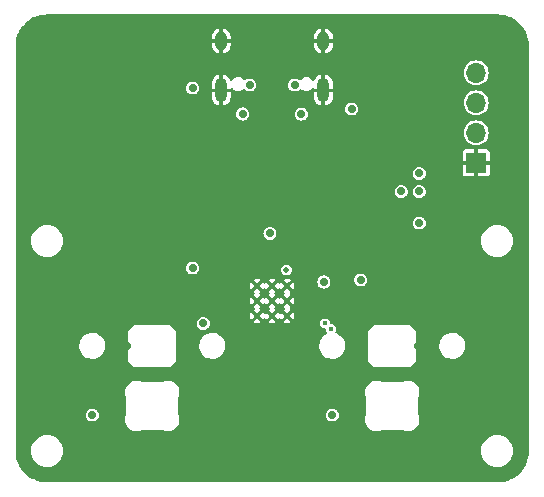
<source format=gbr>
%TF.GenerationSoftware,KiCad,Pcbnew,7.0.1*%
%TF.CreationDate,2023-05-12T00:47:34+01:00*%
%TF.ProjectId,MoonPad,4d6f6f6e-5061-4642-9e6b-696361645f70,rev?*%
%TF.SameCoordinates,Original*%
%TF.FileFunction,Copper,L3,Inr*%
%TF.FilePolarity,Positive*%
%FSLAX46Y46*%
G04 Gerber Fmt 4.6, Leading zero omitted, Abs format (unit mm)*
G04 Created by KiCad (PCBNEW 7.0.1) date 2023-05-12 00:47:34*
%MOMM*%
%LPD*%
G01*
G04 APERTURE LIST*
%TA.AperFunction,ComponentPad*%
%ADD10O,1.000000X2.100000*%
%TD*%
%TA.AperFunction,ComponentPad*%
%ADD11O,1.000000X1.600000*%
%TD*%
%TA.AperFunction,ComponentPad*%
%ADD12C,0.600000*%
%TD*%
%TA.AperFunction,ComponentPad*%
%ADD13R,1.700000X1.700000*%
%TD*%
%TA.AperFunction,ComponentPad*%
%ADD14O,1.700000X1.700000*%
%TD*%
%TA.AperFunction,ViaPad*%
%ADD15C,0.700000*%
%TD*%
%TA.AperFunction,ViaPad*%
%ADD16C,0.500000*%
%TD*%
%TA.AperFunction,ViaPad*%
%ADD17C,0.450000*%
%TD*%
G04 APERTURE END LIST*
D10*
%TO.N,GND*%
%TO.C,J3*%
X182120000Y-83775000D03*
D11*
X182120000Y-79595000D03*
D10*
X173480000Y-83775000D03*
D11*
X173480000Y-79595000D03*
%TD*%
D12*
%TO.N,GND*%
%TO.C,U3*%
X176525000Y-100325000D03*
X176525000Y-101600000D03*
X176525000Y-102875000D03*
X177800000Y-100325000D03*
X177800000Y-101600000D03*
X177800000Y-102875000D03*
X179075000Y-100325000D03*
X179075000Y-101600000D03*
X179075000Y-102875000D03*
%TD*%
D13*
%TO.N,GND*%
%TO.C,J1*%
X195072000Y-89906000D03*
D14*
%TO.N,+3V3*%
X195072000Y-87366000D03*
%TO.N,/OLED_SCL*%
X195072000Y-84826000D03*
%TO.N,/OLED_SDA*%
X195072000Y-82286000D03*
%TD*%
D15*
%TO.N,VBUS*%
X171069000Y-83566000D03*
X175310800Y-85775800D03*
X175895000Y-83312000D03*
X188722000Y-92329000D03*
X182880000Y-111252000D03*
X190246000Y-94995996D03*
X185293001Y-99822001D03*
X171069000Y-98806000D03*
X180263800Y-85775800D03*
X190246000Y-92328997D03*
X184531000Y-85344000D03*
X162560000Y-111252000D03*
X179705000Y-83312000D03*
X190246001Y-90804999D03*
%TO.N,GND*%
X181864000Y-95123000D03*
X184658001Y-91820999D03*
X190246002Y-93979996D03*
X172466000Y-101600000D03*
X183642000Y-107950000D03*
X165481000Y-105410000D03*
X183134000Y-101628000D03*
X176022000Y-88315000D03*
X179070000Y-88315000D03*
X165368000Y-85330000D03*
X190232000Y-83580000D03*
X171196000Y-105283000D03*
X165771102Y-90272001D03*
X162560000Y-110363000D03*
X182245000Y-106807000D03*
X184657999Y-90804999D03*
X180213000Y-110363000D03*
X185674001Y-90804999D03*
X165368000Y-100570000D03*
X176437289Y-106070887D03*
X176403000Y-91948000D03*
X185673999Y-91820999D03*
X165771102Y-93827998D03*
X180848000Y-95123000D03*
X177419000Y-91948000D03*
X174371000Y-91948000D03*
X189260000Y-97947000D03*
X171069000Y-84455000D03*
X172212000Y-96870700D03*
X185293002Y-102362000D03*
X170240000Y-108894135D03*
X188671200Y-103174800D03*
X172240000Y-99921000D03*
X183360000Y-99794000D03*
X170213100Y-97075125D03*
X190560000Y-108894135D03*
X184404000Y-107188000D03*
X179832000Y-95123000D03*
X184531000Y-84455000D03*
X182880000Y-112103903D03*
X175387000Y-91948000D03*
X190119000Y-105410000D03*
X171069000Y-107188000D03*
%TO.N,+1V1*%
X177600000Y-95885000D03*
D16*
X179003371Y-98977451D03*
D15*
%TO.N,ADC_X*%
X182176900Y-99998100D03*
X171958000Y-103505000D03*
D17*
%TO.N,/OLED_SCL*%
X182245000Y-103505000D03*
%TO.N,/OLED_SDA*%
X182753000Y-104002018D03*
%TD*%
%TA.AperFunction,Conductor*%
%TO.N,GND*%
G36*
X196852777Y-77335655D02*
G01*
X197143902Y-77352005D01*
X197154925Y-77353247D01*
X197439661Y-77401625D01*
X197450455Y-77404088D01*
X197727994Y-77484046D01*
X197738465Y-77487710D01*
X197861584Y-77538708D01*
X198005287Y-77598232D01*
X198015289Y-77603049D01*
X198268053Y-77742746D01*
X198277453Y-77748652D01*
X198512992Y-77915777D01*
X198521661Y-77922690D01*
X198737019Y-78115145D01*
X198744854Y-78122980D01*
X198937305Y-78338333D01*
X198944226Y-78347012D01*
X199111346Y-78582545D01*
X199117253Y-78591946D01*
X199256950Y-78844710D01*
X199261767Y-78854712D01*
X199372287Y-79121530D01*
X199375954Y-79132009D01*
X199455907Y-79409529D01*
X199458377Y-79420353D01*
X199506751Y-79705069D01*
X199507994Y-79716101D01*
X199524344Y-80007222D01*
X199524500Y-80012773D01*
X199524500Y-114297227D01*
X199524344Y-114302778D01*
X199507994Y-114593898D01*
X199506751Y-114604930D01*
X199458377Y-114889646D01*
X199455907Y-114900470D01*
X199375954Y-115177990D01*
X199372287Y-115188469D01*
X199261767Y-115455287D01*
X199256950Y-115465289D01*
X199117253Y-115718053D01*
X199111346Y-115727454D01*
X198944226Y-115962987D01*
X198937305Y-115971666D01*
X198744862Y-116187011D01*
X198737011Y-116194862D01*
X198521666Y-116387305D01*
X198512987Y-116394226D01*
X198277454Y-116561346D01*
X198268053Y-116567253D01*
X198015289Y-116706950D01*
X198005287Y-116711767D01*
X197738469Y-116822287D01*
X197727990Y-116825954D01*
X197450470Y-116905907D01*
X197439646Y-116908377D01*
X197154930Y-116956751D01*
X197143898Y-116957994D01*
X196852778Y-116974344D01*
X196847227Y-116974500D01*
X158752773Y-116974500D01*
X158747222Y-116974344D01*
X158456101Y-116957994D01*
X158445069Y-116956751D01*
X158160353Y-116908377D01*
X158149531Y-116905907D01*
X158079936Y-116885857D01*
X157872009Y-116825954D01*
X157861530Y-116822287D01*
X157594712Y-116711767D01*
X157584710Y-116706950D01*
X157331946Y-116567253D01*
X157322545Y-116561346D01*
X157087012Y-116394226D01*
X157078333Y-116387305D01*
X156862980Y-116194854D01*
X156855145Y-116187019D01*
X156662690Y-115971661D01*
X156655777Y-115962992D01*
X156488652Y-115727453D01*
X156482746Y-115718053D01*
X156343049Y-115465289D01*
X156338232Y-115455287D01*
X156227712Y-115188469D01*
X156224045Y-115177990D01*
X156222146Y-115171397D01*
X156144088Y-114900455D01*
X156141625Y-114889661D01*
X156093247Y-114604925D01*
X156092005Y-114593898D01*
X156085640Y-114480566D01*
X156075655Y-114302777D01*
X156075577Y-114300000D01*
X157394340Y-114300000D01*
X157414936Y-114535405D01*
X157476098Y-114763667D01*
X157575963Y-114977826D01*
X157575964Y-114977827D01*
X157575965Y-114977829D01*
X157711505Y-115171401D01*
X157878599Y-115338495D01*
X158072171Y-115474035D01*
X158072172Y-115474035D01*
X158072173Y-115474036D01*
X158286332Y-115573901D01*
X158286333Y-115573901D01*
X158286337Y-115573903D01*
X158514592Y-115635063D01*
X158585168Y-115641237D01*
X158691031Y-115650500D01*
X158691034Y-115650500D01*
X158808966Y-115650500D01*
X158808969Y-115650500D01*
X158897186Y-115642781D01*
X158985408Y-115635063D01*
X159213663Y-115573903D01*
X159427829Y-115474035D01*
X159621401Y-115338495D01*
X159788495Y-115171401D01*
X159924035Y-114977830D01*
X160023903Y-114763663D01*
X160085063Y-114535408D01*
X160105659Y-114300000D01*
X195494340Y-114300000D01*
X195514936Y-114535405D01*
X195576098Y-114763667D01*
X195675963Y-114977826D01*
X195675964Y-114977827D01*
X195675965Y-114977829D01*
X195811505Y-115171401D01*
X195978599Y-115338495D01*
X196172171Y-115474035D01*
X196172172Y-115474035D01*
X196172173Y-115474036D01*
X196386332Y-115573901D01*
X196386333Y-115573901D01*
X196386337Y-115573903D01*
X196614592Y-115635063D01*
X196685168Y-115641237D01*
X196791031Y-115650500D01*
X196791034Y-115650500D01*
X196908966Y-115650500D01*
X196908969Y-115650500D01*
X196997186Y-115642781D01*
X197085408Y-115635063D01*
X197313663Y-115573903D01*
X197527829Y-115474035D01*
X197721401Y-115338495D01*
X197888495Y-115171401D01*
X198024035Y-114977830D01*
X198123903Y-114763663D01*
X198185063Y-114535408D01*
X198205659Y-114300000D01*
X198185063Y-114064592D01*
X198123903Y-113836337D01*
X198024035Y-113622171D01*
X197888495Y-113428599D01*
X197721401Y-113261505D01*
X197527829Y-113125965D01*
X197527828Y-113125964D01*
X197527826Y-113125963D01*
X197313667Y-113026098D01*
X197085405Y-112964936D01*
X196908969Y-112949500D01*
X196908966Y-112949500D01*
X196791034Y-112949500D01*
X196791031Y-112949500D01*
X196614594Y-112964936D01*
X196386332Y-113026098D01*
X196172173Y-113125963D01*
X195978602Y-113261502D01*
X195811502Y-113428602D01*
X195675963Y-113622172D01*
X195576098Y-113836332D01*
X195514936Y-114064594D01*
X195494340Y-114300000D01*
X160105659Y-114300000D01*
X160085063Y-114064592D01*
X160023903Y-113836337D01*
X159924035Y-113622171D01*
X159788495Y-113428599D01*
X159621401Y-113261505D01*
X159427829Y-113125965D01*
X159427828Y-113125964D01*
X159427826Y-113125963D01*
X159213667Y-113026098D01*
X158985405Y-112964936D01*
X158808969Y-112949500D01*
X158808966Y-112949500D01*
X158691034Y-112949500D01*
X158691031Y-112949500D01*
X158514594Y-112964936D01*
X158286332Y-113026098D01*
X158072173Y-113125963D01*
X157878602Y-113261502D01*
X157711502Y-113428602D01*
X157575963Y-113622172D01*
X157476098Y-113836332D01*
X157414936Y-114064594D01*
X157394340Y-114300000D01*
X156075577Y-114300000D01*
X156075500Y-114297227D01*
X156075500Y-111251999D01*
X162004750Y-111251999D01*
X162023669Y-111395709D01*
X162046598Y-111451064D01*
X162079139Y-111529625D01*
X162101922Y-111559316D01*
X162167378Y-111644621D01*
X162217306Y-111682932D01*
X162282375Y-111732861D01*
X162377067Y-111772083D01*
X162416290Y-111788330D01*
X162433008Y-111790531D01*
X162560000Y-111807250D01*
X162703709Y-111788330D01*
X162837625Y-111732861D01*
X162952621Y-111644621D01*
X162961534Y-111633006D01*
X165336463Y-111633006D01*
X165354219Y-111814742D01*
X165404579Y-111990263D01*
X165485883Y-112153771D01*
X165595438Y-112299856D01*
X165729626Y-112423693D01*
X165729628Y-112423694D01*
X165729630Y-112423696D01*
X165884023Y-112521198D01*
X166053515Y-112589142D01*
X166232506Y-112625281D01*
X166354223Y-112627374D01*
X166415081Y-112628422D01*
X166415081Y-112628421D01*
X166415082Y-112628422D01*
X166595210Y-112598460D01*
X166766938Y-112536386D01*
X166774771Y-112531820D01*
X166777289Y-112530354D01*
X166777921Y-112530089D01*
X166822535Y-112504023D01*
X166872486Y-112490502D01*
X166911392Y-112490506D01*
X166911395Y-112490504D01*
X166924449Y-112490506D01*
X166924511Y-112490499D01*
X168355329Y-112490499D01*
X168355381Y-112490505D01*
X168368604Y-112490503D01*
X168368608Y-112490505D01*
X168407512Y-112490501D01*
X168457459Y-112504019D01*
X168491130Y-112523691D01*
X168491132Y-112523691D01*
X168501944Y-112530008D01*
X168502842Y-112530384D01*
X168513079Y-112536350D01*
X168684799Y-112598420D01*
X168864921Y-112628381D01*
X169047489Y-112625240D01*
X169226473Y-112589103D01*
X169395958Y-112521162D01*
X169550345Y-112423664D01*
X169684531Y-112299828D01*
X169794083Y-112153748D01*
X169875382Y-111990250D01*
X169925741Y-111814736D01*
X169943496Y-111633006D01*
X169928060Y-111451064D01*
X169879944Y-111274922D01*
X169874733Y-111264065D01*
X169874493Y-111263330D01*
X169869037Y-111251999D01*
X182324750Y-111251999D01*
X182343669Y-111395709D01*
X182366598Y-111451064D01*
X182399139Y-111529625D01*
X182421922Y-111559316D01*
X182487378Y-111644621D01*
X182537306Y-111682932D01*
X182602375Y-111732861D01*
X182697067Y-111772083D01*
X182736290Y-111788330D01*
X182753008Y-111790531D01*
X182880000Y-111807250D01*
X183023709Y-111788330D01*
X183157625Y-111732861D01*
X183272621Y-111644621D01*
X183281534Y-111633006D01*
X185656463Y-111633006D01*
X185674219Y-111814742D01*
X185724579Y-111990263D01*
X185805883Y-112153771D01*
X185915438Y-112299856D01*
X186049626Y-112423693D01*
X186049628Y-112423694D01*
X186049630Y-112423696D01*
X186204023Y-112521198D01*
X186373515Y-112589142D01*
X186552506Y-112625281D01*
X186674223Y-112627374D01*
X186735081Y-112628422D01*
X186735081Y-112628421D01*
X186735082Y-112628422D01*
X186915210Y-112598460D01*
X187086938Y-112536386D01*
X187094771Y-112531820D01*
X187097289Y-112530354D01*
X187097921Y-112530089D01*
X187142535Y-112504023D01*
X187192486Y-112490502D01*
X187231392Y-112490506D01*
X187231395Y-112490504D01*
X187244449Y-112490506D01*
X187244511Y-112490499D01*
X188675329Y-112490499D01*
X188675381Y-112490505D01*
X188688604Y-112490503D01*
X188688608Y-112490505D01*
X188727512Y-112490501D01*
X188777459Y-112504019D01*
X188811130Y-112523691D01*
X188811132Y-112523691D01*
X188821944Y-112530008D01*
X188822842Y-112530384D01*
X188833079Y-112536350D01*
X189004799Y-112598420D01*
X189184921Y-112628381D01*
X189367489Y-112625240D01*
X189546473Y-112589103D01*
X189715958Y-112521162D01*
X189870345Y-112423664D01*
X190004531Y-112299828D01*
X190114083Y-112153748D01*
X190195382Y-111990250D01*
X190245741Y-111814736D01*
X190263496Y-111633006D01*
X190248060Y-111451064D01*
X190199944Y-111274922D01*
X190194733Y-111264065D01*
X190194493Y-111263330D01*
X190170300Y-111213083D01*
X190160499Y-111170134D01*
X190160499Y-109809890D01*
X190170244Y-109767059D01*
X190174106Y-109759011D01*
X190174143Y-109759029D01*
X190174163Y-109758890D01*
X190189019Y-109728040D01*
X190189019Y-109728037D01*
X190194556Y-109716540D01*
X190194704Y-109716089D01*
X190196519Y-109712307D01*
X190199981Y-109705094D01*
X190248100Y-109528945D01*
X190263537Y-109346996D01*
X190245781Y-109165258D01*
X190195421Y-108989737D01*
X190114119Y-108826232D01*
X190114117Y-108826229D01*
X190004561Y-108680143D01*
X189870370Y-108556304D01*
X189715982Y-108458804D01*
X189715979Y-108458803D01*
X189715978Y-108458802D01*
X189602983Y-108413506D01*
X189546484Y-108390857D01*
X189367492Y-108354718D01*
X189184919Y-108351577D01*
X189004789Y-108381539D01*
X188833061Y-108443613D01*
X188822514Y-108449759D01*
X188821887Y-108450023D01*
X188777461Y-108475978D01*
X188727514Y-108489496D01*
X188688967Y-108489493D01*
X188688607Y-108489493D01*
X188675550Y-108489492D01*
X188675489Y-108489500D01*
X187192493Y-108489500D01*
X187142538Y-108475972D01*
X187098286Y-108450108D01*
X187097272Y-108449683D01*
X187086920Y-108443650D01*
X186915201Y-108381579D01*
X186735079Y-108351618D01*
X186552514Y-108354759D01*
X186373528Y-108390896D01*
X186204038Y-108458838D01*
X186049659Y-108556333D01*
X185915467Y-108680172D01*
X185805918Y-108826249D01*
X185724617Y-108989749D01*
X185683439Y-109133267D01*
X185674259Y-109165264D01*
X185656504Y-109346994D01*
X185657325Y-109356675D01*
X185671940Y-109528937D01*
X185681509Y-109563965D01*
X185720056Y-109705078D01*
X185725340Y-109716089D01*
X185725357Y-109716123D01*
X185725649Y-109717013D01*
X185743430Y-109753918D01*
X185745824Y-109758887D01*
X185749681Y-109766891D01*
X185759493Y-109809892D01*
X185759476Y-109865874D01*
X185759501Y-109866064D01*
X185759501Y-111170109D01*
X185749753Y-111212946D01*
X185746029Y-111220705D01*
X185745977Y-111220814D01*
X185725590Y-111263157D01*
X185725443Y-111263600D01*
X185720018Y-111274904D01*
X185671900Y-111451054D01*
X185656463Y-111633006D01*
X183281534Y-111633006D01*
X183360861Y-111529625D01*
X183416330Y-111395709D01*
X183435250Y-111252000D01*
X183416330Y-111108291D01*
X183360861Y-110974375D01*
X183310932Y-110909306D01*
X183272621Y-110859378D01*
X183207552Y-110809450D01*
X183157625Y-110771139D01*
X183118401Y-110754892D01*
X183023709Y-110715669D01*
X182880000Y-110696750D01*
X182736290Y-110715669D01*
X182602375Y-110771139D01*
X182487378Y-110859378D01*
X182399139Y-110974375D01*
X182343669Y-111108290D01*
X182324750Y-111251999D01*
X169869037Y-111251999D01*
X169850300Y-111213083D01*
X169840499Y-111170134D01*
X169840499Y-109809890D01*
X169850244Y-109767059D01*
X169854106Y-109759011D01*
X169854143Y-109759029D01*
X169854163Y-109758890D01*
X169869019Y-109728040D01*
X169869019Y-109728037D01*
X169874556Y-109716540D01*
X169874704Y-109716089D01*
X169876519Y-109712307D01*
X169879981Y-109705094D01*
X169928100Y-109528945D01*
X169943537Y-109346996D01*
X169925781Y-109165258D01*
X169875421Y-108989737D01*
X169794119Y-108826232D01*
X169794117Y-108826229D01*
X169684561Y-108680143D01*
X169550370Y-108556304D01*
X169395982Y-108458804D01*
X169395979Y-108458803D01*
X169395978Y-108458802D01*
X169282983Y-108413506D01*
X169226484Y-108390857D01*
X169047492Y-108354718D01*
X168864919Y-108351577D01*
X168684789Y-108381539D01*
X168513061Y-108443613D01*
X168502514Y-108449759D01*
X168501887Y-108450023D01*
X168457461Y-108475978D01*
X168407514Y-108489496D01*
X168368967Y-108489493D01*
X168368607Y-108489493D01*
X168355550Y-108489492D01*
X168355489Y-108489500D01*
X166872493Y-108489500D01*
X166822538Y-108475972D01*
X166778286Y-108450108D01*
X166777272Y-108449683D01*
X166766920Y-108443650D01*
X166595201Y-108381579D01*
X166415079Y-108351618D01*
X166232514Y-108354759D01*
X166053528Y-108390896D01*
X165884038Y-108458838D01*
X165729659Y-108556333D01*
X165595467Y-108680172D01*
X165485918Y-108826249D01*
X165404617Y-108989749D01*
X165363439Y-109133267D01*
X165354259Y-109165264D01*
X165336504Y-109346994D01*
X165337325Y-109356675D01*
X165351940Y-109528937D01*
X165361509Y-109563965D01*
X165400056Y-109705078D01*
X165405340Y-109716089D01*
X165405357Y-109716123D01*
X165405649Y-109717013D01*
X165423430Y-109753918D01*
X165425824Y-109758887D01*
X165429681Y-109766891D01*
X165439493Y-109809892D01*
X165439476Y-109865874D01*
X165439501Y-109866064D01*
X165439501Y-111170109D01*
X165429753Y-111212946D01*
X165426029Y-111220705D01*
X165425977Y-111220814D01*
X165405590Y-111263157D01*
X165405443Y-111263600D01*
X165400018Y-111274904D01*
X165351900Y-111451054D01*
X165336463Y-111633006D01*
X162961534Y-111633006D01*
X163040861Y-111529625D01*
X163096330Y-111395709D01*
X163115250Y-111252000D01*
X163096330Y-111108291D01*
X163040861Y-110974375D01*
X162990932Y-110909306D01*
X162952621Y-110859378D01*
X162887552Y-110809450D01*
X162837625Y-110771139D01*
X162798401Y-110754892D01*
X162703709Y-110715669D01*
X162560000Y-110696750D01*
X162416290Y-110715669D01*
X162282375Y-110771139D01*
X162167378Y-110859378D01*
X162079139Y-110974375D01*
X162023669Y-111108290D01*
X162004750Y-111251999D01*
X156075500Y-111251999D01*
X156075500Y-106680000D01*
X165608000Y-106680000D01*
X166116000Y-107188000D01*
X169163999Y-107188000D01*
X169164000Y-107188000D01*
X169672000Y-106680000D01*
X185928000Y-106680000D01*
X186436000Y-107188000D01*
X189483999Y-107188000D01*
X189484000Y-107188000D01*
X189992000Y-106680000D01*
X189992000Y-105357395D01*
X191935745Y-105357395D01*
X191945746Y-105567332D01*
X191995294Y-105771574D01*
X192082604Y-105962754D01*
X192204510Y-106133948D01*
X192356622Y-106278986D01*
X192533431Y-106392615D01*
X192728539Y-106470724D01*
X192728541Y-106470724D01*
X192728543Y-106470725D01*
X192934915Y-106510500D01*
X193092422Y-106510500D01*
X193092425Y-106510500D01*
X193249218Y-106495528D01*
X193450875Y-106436316D01*
X193637682Y-106340011D01*
X193802886Y-106210092D01*
X193940519Y-106051256D01*
X194045604Y-105869244D01*
X194114344Y-105670633D01*
X194144254Y-105462602D01*
X194134254Y-105252670D01*
X194109193Y-105149367D01*
X194084705Y-105048425D01*
X193997395Y-104857245D01*
X193875489Y-104686051D01*
X193723377Y-104541013D01*
X193546568Y-104427384D01*
X193351460Y-104349275D01*
X193196678Y-104319443D01*
X193145085Y-104309500D01*
X192987575Y-104309500D01*
X192893499Y-104318483D01*
X192830780Y-104324472D01*
X192629124Y-104383683D01*
X192442317Y-104479989D01*
X192277112Y-104609908D01*
X192139483Y-104768740D01*
X192034395Y-104950758D01*
X191965655Y-105149369D01*
X191935745Y-105357395D01*
X189992000Y-105357395D01*
X189992000Y-104140000D01*
X189484000Y-103632000D01*
X186436000Y-103632000D01*
X185928000Y-104140000D01*
X185928000Y-106680000D01*
X169672000Y-106680000D01*
X169672000Y-105357395D01*
X171615745Y-105357395D01*
X171625746Y-105567332D01*
X171675294Y-105771574D01*
X171762604Y-105962754D01*
X171884510Y-106133948D01*
X172036622Y-106278986D01*
X172213431Y-106392615D01*
X172408539Y-106470724D01*
X172408541Y-106470724D01*
X172408543Y-106470725D01*
X172614915Y-106510500D01*
X172772422Y-106510500D01*
X172772425Y-106510500D01*
X172929218Y-106495528D01*
X173130875Y-106436316D01*
X173317682Y-106340011D01*
X173482886Y-106210092D01*
X173620519Y-106051256D01*
X173725604Y-105869244D01*
X173794344Y-105670633D01*
X173824254Y-105462602D01*
X173819243Y-105357395D01*
X181775745Y-105357395D01*
X181785746Y-105567332D01*
X181835294Y-105771574D01*
X181922604Y-105962754D01*
X182044510Y-106133948D01*
X182196622Y-106278986D01*
X182373431Y-106392615D01*
X182568539Y-106470724D01*
X182568541Y-106470724D01*
X182568543Y-106470725D01*
X182774915Y-106510500D01*
X182932422Y-106510500D01*
X182932425Y-106510500D01*
X183089218Y-106495528D01*
X183290875Y-106436316D01*
X183477682Y-106340011D01*
X183642886Y-106210092D01*
X183780519Y-106051256D01*
X183885604Y-105869244D01*
X183954344Y-105670633D01*
X183984254Y-105462602D01*
X183974254Y-105252670D01*
X183949193Y-105149367D01*
X183924705Y-105048425D01*
X183837395Y-104857245D01*
X183715489Y-104686051D01*
X183563377Y-104541013D01*
X183386569Y-104427385D01*
X183182681Y-104345761D01*
X183183525Y-104343650D01*
X183142345Y-104321201D01*
X183115944Y-104267171D01*
X183125683Y-104207831D01*
X183160244Y-104140001D01*
X183162719Y-104135144D01*
X183183804Y-104002018D01*
X183162719Y-103868892D01*
X183101528Y-103748798D01*
X183006220Y-103653490D01*
X182886126Y-103592299D01*
X182886125Y-103592298D01*
X182886124Y-103592298D01*
X182755616Y-103571628D01*
X182717183Y-103556875D01*
X182688074Y-103527766D01*
X182673323Y-103489335D01*
X182654719Y-103371874D01*
X182593528Y-103251780D01*
X182498220Y-103156472D01*
X182378126Y-103095281D01*
X182378125Y-103095280D01*
X182378124Y-103095280D01*
X182245000Y-103074195D01*
X182111875Y-103095280D01*
X181991781Y-103156471D01*
X181896471Y-103251781D01*
X181835280Y-103371875D01*
X181814195Y-103504999D01*
X181835280Y-103638124D01*
X181835280Y-103638125D01*
X181835281Y-103638126D01*
X181896472Y-103758220D01*
X181991780Y-103853528D01*
X182111874Y-103914719D01*
X182242385Y-103935389D01*
X182280815Y-103950141D01*
X182309924Y-103979251D01*
X182324677Y-104017683D01*
X182343280Y-104135142D01*
X182343280Y-104135143D01*
X182343281Y-104135144D01*
X182404472Y-104255238D01*
X182415348Y-104266114D01*
X182443099Y-104320474D01*
X182433695Y-104380781D01*
X182390707Y-104424111D01*
X182282317Y-104479989D01*
X182117112Y-104609908D01*
X181979483Y-104768740D01*
X181874395Y-104950758D01*
X181805655Y-105149369D01*
X181775745Y-105357395D01*
X173819243Y-105357395D01*
X173814254Y-105252670D01*
X173789193Y-105149367D01*
X173764705Y-105048425D01*
X173677395Y-104857245D01*
X173555489Y-104686051D01*
X173403377Y-104541013D01*
X173226568Y-104427384D01*
X173031460Y-104349275D01*
X172876678Y-104319443D01*
X172825085Y-104309500D01*
X172667575Y-104309500D01*
X172573499Y-104318483D01*
X172510780Y-104324472D01*
X172309124Y-104383683D01*
X172122317Y-104479989D01*
X171957112Y-104609908D01*
X171819483Y-104768740D01*
X171714395Y-104950758D01*
X171645655Y-105149369D01*
X171615745Y-105357395D01*
X169672000Y-105357395D01*
X169672000Y-104140000D01*
X169164000Y-103632000D01*
X166116000Y-103632000D01*
X165608000Y-104140000D01*
X165608000Y-106680000D01*
X156075500Y-106680000D01*
X156075500Y-105357395D01*
X161455745Y-105357395D01*
X161465746Y-105567332D01*
X161515294Y-105771574D01*
X161602604Y-105962754D01*
X161724510Y-106133948D01*
X161876622Y-106278986D01*
X162053431Y-106392615D01*
X162248539Y-106470724D01*
X162248541Y-106470724D01*
X162248543Y-106470725D01*
X162454915Y-106510500D01*
X162612422Y-106510500D01*
X162612425Y-106510500D01*
X162769218Y-106495528D01*
X162970875Y-106436316D01*
X163157682Y-106340011D01*
X163322886Y-106210092D01*
X163460519Y-106051256D01*
X163565604Y-105869244D01*
X163634344Y-105670633D01*
X163664254Y-105462602D01*
X163654254Y-105252670D01*
X163629193Y-105149367D01*
X163604705Y-105048425D01*
X163517395Y-104857245D01*
X163395489Y-104686051D01*
X163243377Y-104541013D01*
X163066568Y-104427384D01*
X162871460Y-104349275D01*
X162716678Y-104319443D01*
X162665085Y-104309500D01*
X162507575Y-104309500D01*
X162413499Y-104318483D01*
X162350780Y-104324472D01*
X162149124Y-104383683D01*
X161962317Y-104479989D01*
X161797112Y-104609908D01*
X161659483Y-104768740D01*
X161554395Y-104950758D01*
X161485655Y-105149369D01*
X161455745Y-105357395D01*
X156075500Y-105357395D01*
X156075500Y-103505000D01*
X171402750Y-103505000D01*
X171421669Y-103648709D01*
X171460892Y-103743401D01*
X171477139Y-103782625D01*
X171515450Y-103832552D01*
X171565378Y-103897621D01*
X171587661Y-103914719D01*
X171680375Y-103985861D01*
X171775067Y-104025083D01*
X171814290Y-104041330D01*
X171831008Y-104043531D01*
X171958000Y-104060250D01*
X172101709Y-104041330D01*
X172235625Y-103985861D01*
X172350621Y-103897621D01*
X172438861Y-103782625D01*
X172494330Y-103648709D01*
X172513250Y-103505000D01*
X172498772Y-103395027D01*
X176217103Y-103395027D01*
X176217104Y-103395028D01*
X176222409Y-103399098D01*
X176368367Y-103459556D01*
X176525000Y-103480176D01*
X176681632Y-103459556D01*
X176827589Y-103399099D01*
X176832894Y-103395027D01*
X177492103Y-103395027D01*
X177492104Y-103395028D01*
X177497409Y-103399098D01*
X177643367Y-103459556D01*
X177800000Y-103480176D01*
X177956632Y-103459556D01*
X178102589Y-103399099D01*
X178107894Y-103395027D01*
X178767103Y-103395027D01*
X178767104Y-103395028D01*
X178772409Y-103399098D01*
X178918367Y-103459556D01*
X179075000Y-103480176D01*
X179231632Y-103459556D01*
X179377589Y-103399099D01*
X179382894Y-103395027D01*
X179074999Y-103087132D01*
X178767103Y-103395027D01*
X178107894Y-103395027D01*
X177799999Y-103087132D01*
X177492103Y-103395027D01*
X176832894Y-103395027D01*
X176524999Y-103087132D01*
X176217103Y-103395027D01*
X172498772Y-103395027D01*
X172494330Y-103361291D01*
X172438861Y-103227375D01*
X172384454Y-103156471D01*
X172350621Y-103112378D01*
X172285552Y-103062450D01*
X172235625Y-103024139D01*
X172196401Y-103007892D01*
X172101709Y-102968669D01*
X171958000Y-102949750D01*
X171814290Y-102968669D01*
X171680375Y-103024139D01*
X171565378Y-103112378D01*
X171477139Y-103227375D01*
X171421669Y-103361290D01*
X171402750Y-103505000D01*
X156075500Y-103505000D01*
X156075500Y-102874999D01*
X175919823Y-102874999D01*
X175940443Y-103031632D01*
X176000901Y-103177589D01*
X176004971Y-103182895D01*
X176004972Y-103182895D01*
X176312867Y-102875000D01*
X176312866Y-102874999D01*
X176737132Y-102874999D01*
X177045027Y-103182894D01*
X177049099Y-103177589D01*
X177071036Y-103124628D01*
X177107498Y-103080198D01*
X177162500Y-103063513D01*
X177217502Y-103080198D01*
X177253964Y-103124628D01*
X177275901Y-103177589D01*
X177279971Y-103182895D01*
X177279972Y-103182895D01*
X177587867Y-102875000D01*
X177587866Y-102874999D01*
X178012132Y-102874999D01*
X178320027Y-103182894D01*
X178324099Y-103177589D01*
X178346036Y-103124628D01*
X178382498Y-103080198D01*
X178437500Y-103063513D01*
X178492502Y-103080198D01*
X178528964Y-103124628D01*
X178550901Y-103177589D01*
X178554971Y-103182895D01*
X178554972Y-103182895D01*
X178862867Y-102875000D01*
X178862866Y-102874999D01*
X179287132Y-102874999D01*
X179595027Y-103182894D01*
X179599099Y-103177589D01*
X179659556Y-103031632D01*
X179680176Y-102874999D01*
X179659556Y-102718367D01*
X179599099Y-102572412D01*
X179595025Y-102567105D01*
X179287132Y-102874999D01*
X178862866Y-102874999D01*
X178554972Y-102567105D01*
X178554971Y-102567105D01*
X178550901Y-102572409D01*
X178528964Y-102625372D01*
X178492501Y-102669802D01*
X178437500Y-102686486D01*
X178382499Y-102669801D01*
X178346036Y-102625372D01*
X178324099Y-102572411D01*
X178320025Y-102567105D01*
X178012132Y-102874999D01*
X177587866Y-102874999D01*
X177279972Y-102567105D01*
X177279971Y-102567105D01*
X177275901Y-102572409D01*
X177253964Y-102625372D01*
X177217501Y-102669802D01*
X177162500Y-102686486D01*
X177107499Y-102669801D01*
X177071036Y-102625372D01*
X177049099Y-102572411D01*
X177045025Y-102567105D01*
X176737132Y-102874999D01*
X176312866Y-102874999D01*
X176004972Y-102567105D01*
X176004971Y-102567105D01*
X176000901Y-102572410D01*
X175940443Y-102718367D01*
X175919823Y-102874999D01*
X156075500Y-102874999D01*
X156075500Y-102120027D01*
X176217103Y-102120027D01*
X176217104Y-102120028D01*
X176222409Y-102124098D01*
X176275371Y-102146036D01*
X176319801Y-102182498D01*
X176336486Y-102237500D01*
X176319802Y-102292501D01*
X176275372Y-102328964D01*
X176222409Y-102350901D01*
X176217105Y-102354971D01*
X176217105Y-102354972D01*
X176525000Y-102662867D01*
X176832895Y-102354972D01*
X176832895Y-102354971D01*
X176827589Y-102350901D01*
X176774628Y-102328964D01*
X176730198Y-102292502D01*
X176713513Y-102237500D01*
X176730198Y-102182498D01*
X176774628Y-102146036D01*
X176827589Y-102124099D01*
X176832894Y-102120027D01*
X177492103Y-102120027D01*
X177492104Y-102120028D01*
X177497409Y-102124098D01*
X177550371Y-102146036D01*
X177594801Y-102182498D01*
X177611486Y-102237500D01*
X177594802Y-102292501D01*
X177550372Y-102328964D01*
X177497409Y-102350901D01*
X177492105Y-102354971D01*
X177492105Y-102354972D01*
X177800000Y-102662867D01*
X178107895Y-102354972D01*
X178107895Y-102354971D01*
X178102589Y-102350901D01*
X178049628Y-102328964D01*
X178005198Y-102292502D01*
X177988513Y-102237500D01*
X178005198Y-102182498D01*
X178049628Y-102146036D01*
X178102589Y-102124099D01*
X178107894Y-102120027D01*
X178767103Y-102120027D01*
X178767104Y-102120028D01*
X178772409Y-102124098D01*
X178825371Y-102146036D01*
X178869801Y-102182498D01*
X178886486Y-102237500D01*
X178869802Y-102292501D01*
X178825372Y-102328964D01*
X178772409Y-102350901D01*
X178767105Y-102354971D01*
X178767105Y-102354972D01*
X179075000Y-102662867D01*
X179382895Y-102354972D01*
X179382895Y-102354971D01*
X179377589Y-102350901D01*
X179324628Y-102328964D01*
X179280198Y-102292502D01*
X179263513Y-102237500D01*
X179280198Y-102182498D01*
X179324628Y-102146036D01*
X179377589Y-102124099D01*
X179382894Y-102120027D01*
X179074999Y-101812132D01*
X178767103Y-102120027D01*
X178107894Y-102120027D01*
X177799999Y-101812132D01*
X177492103Y-102120027D01*
X176832894Y-102120027D01*
X176524999Y-101812132D01*
X176217103Y-102120027D01*
X156075500Y-102120027D01*
X156075500Y-101600000D01*
X175919823Y-101600000D01*
X175940443Y-101756632D01*
X176000901Y-101902589D01*
X176004971Y-101907895D01*
X176312867Y-101600000D01*
X176312866Y-101599999D01*
X176737132Y-101599999D01*
X177045027Y-101907894D01*
X177049099Y-101902589D01*
X177071036Y-101849628D01*
X177107498Y-101805198D01*
X177162500Y-101788513D01*
X177217502Y-101805198D01*
X177253964Y-101849628D01*
X177275901Y-101902589D01*
X177279971Y-101907895D01*
X177587867Y-101600000D01*
X177587866Y-101599999D01*
X178012132Y-101599999D01*
X178320027Y-101907894D01*
X178324099Y-101902589D01*
X178346036Y-101849628D01*
X178382498Y-101805198D01*
X178437500Y-101788513D01*
X178492502Y-101805198D01*
X178528964Y-101849628D01*
X178550901Y-101902589D01*
X178554971Y-101907895D01*
X178862867Y-101600000D01*
X178862866Y-101599999D01*
X179287132Y-101599999D01*
X179595027Y-101907894D01*
X179599099Y-101902589D01*
X179659556Y-101756632D01*
X179680176Y-101600000D01*
X179659556Y-101443367D01*
X179599099Y-101297412D01*
X179595025Y-101292105D01*
X179287132Y-101599999D01*
X178862866Y-101599999D01*
X178554972Y-101292105D01*
X178554971Y-101292105D01*
X178550901Y-101297409D01*
X178528964Y-101350372D01*
X178492501Y-101394802D01*
X178437500Y-101411486D01*
X178382499Y-101394801D01*
X178346036Y-101350372D01*
X178324099Y-101297411D01*
X178320025Y-101292105D01*
X178012132Y-101599999D01*
X177587866Y-101599999D01*
X177279972Y-101292105D01*
X177279971Y-101292105D01*
X177275901Y-101297409D01*
X177253964Y-101350372D01*
X177217501Y-101394802D01*
X177162500Y-101411486D01*
X177107499Y-101394801D01*
X177071036Y-101350372D01*
X177049099Y-101297411D01*
X177045025Y-101292105D01*
X176737132Y-101599999D01*
X176312866Y-101599999D01*
X176004972Y-101292105D01*
X176004971Y-101292105D01*
X176000901Y-101297410D01*
X175940443Y-101443367D01*
X175919823Y-101600000D01*
X156075500Y-101600000D01*
X156075500Y-100845027D01*
X176217103Y-100845027D01*
X176217104Y-100845028D01*
X176222409Y-100849098D01*
X176275371Y-100871036D01*
X176319801Y-100907498D01*
X176336486Y-100962500D01*
X176319802Y-101017501D01*
X176275372Y-101053964D01*
X176222409Y-101075901D01*
X176217105Y-101079971D01*
X176525000Y-101387867D01*
X176832895Y-101079972D01*
X176832895Y-101079971D01*
X176827589Y-101075901D01*
X176774628Y-101053964D01*
X176730198Y-101017502D01*
X176713513Y-100962500D01*
X176730198Y-100907498D01*
X176774628Y-100871036D01*
X176827589Y-100849099D01*
X176832894Y-100845027D01*
X177492103Y-100845027D01*
X177492104Y-100845028D01*
X177497409Y-100849098D01*
X177550371Y-100871036D01*
X177594801Y-100907498D01*
X177611486Y-100962500D01*
X177594802Y-101017501D01*
X177550372Y-101053964D01*
X177497409Y-101075901D01*
X177492105Y-101079971D01*
X177800000Y-101387867D01*
X178107895Y-101079972D01*
X178107895Y-101079971D01*
X178102589Y-101075901D01*
X178049628Y-101053964D01*
X178005198Y-101017502D01*
X177988513Y-100962500D01*
X178005198Y-100907498D01*
X178049628Y-100871036D01*
X178102589Y-100849099D01*
X178107894Y-100845027D01*
X178767103Y-100845027D01*
X178767104Y-100845028D01*
X178772409Y-100849098D01*
X178825371Y-100871036D01*
X178869801Y-100907498D01*
X178886486Y-100962500D01*
X178869802Y-101017501D01*
X178825372Y-101053964D01*
X178772409Y-101075901D01*
X178767105Y-101079971D01*
X179075000Y-101387867D01*
X179382895Y-101079972D01*
X179382895Y-101079971D01*
X179377589Y-101075901D01*
X179324628Y-101053964D01*
X179280198Y-101017502D01*
X179263513Y-100962500D01*
X179280198Y-100907498D01*
X179324628Y-100871036D01*
X179377589Y-100849099D01*
X179382894Y-100845027D01*
X179074999Y-100537132D01*
X178767103Y-100845027D01*
X178107894Y-100845027D01*
X177799999Y-100537132D01*
X177492103Y-100845027D01*
X176832894Y-100845027D01*
X176524999Y-100537132D01*
X176217103Y-100845027D01*
X156075500Y-100845027D01*
X156075500Y-100325000D01*
X175919823Y-100325000D01*
X175940443Y-100481632D01*
X176000901Y-100627589D01*
X176004971Y-100632895D01*
X176312867Y-100325000D01*
X176312866Y-100324999D01*
X176737132Y-100324999D01*
X177045027Y-100632894D01*
X177049099Y-100627589D01*
X177071036Y-100574628D01*
X177107498Y-100530198D01*
X177162500Y-100513513D01*
X177217502Y-100530198D01*
X177253964Y-100574628D01*
X177275901Y-100627589D01*
X177279971Y-100632895D01*
X177587867Y-100325000D01*
X177587866Y-100324999D01*
X178012132Y-100324999D01*
X178320027Y-100632894D01*
X178324099Y-100627589D01*
X178346036Y-100574628D01*
X178382498Y-100530198D01*
X178437500Y-100513513D01*
X178492502Y-100530198D01*
X178528964Y-100574628D01*
X178550901Y-100627589D01*
X178554971Y-100632895D01*
X178862867Y-100325000D01*
X178862866Y-100324999D01*
X179287132Y-100324999D01*
X179595027Y-100632894D01*
X179599099Y-100627589D01*
X179659556Y-100481632D01*
X179680176Y-100325000D01*
X179659556Y-100168367D01*
X179599099Y-100022412D01*
X179595025Y-100017105D01*
X179287132Y-100324999D01*
X178862866Y-100324999D01*
X178554972Y-100017105D01*
X178554971Y-100017105D01*
X178550901Y-100022409D01*
X178528964Y-100075372D01*
X178492501Y-100119802D01*
X178437500Y-100136486D01*
X178382499Y-100119801D01*
X178346036Y-100075372D01*
X178324099Y-100022411D01*
X178320025Y-100017105D01*
X178012132Y-100324999D01*
X177587866Y-100324999D01*
X177279972Y-100017105D01*
X177279971Y-100017105D01*
X177275901Y-100022409D01*
X177253964Y-100075372D01*
X177217501Y-100119802D01*
X177162500Y-100136486D01*
X177107499Y-100119801D01*
X177071036Y-100075372D01*
X177049099Y-100022411D01*
X177045025Y-100017105D01*
X176737132Y-100324999D01*
X176312866Y-100324999D01*
X176004972Y-100017105D01*
X176004971Y-100017105D01*
X176000901Y-100022410D01*
X175940443Y-100168367D01*
X175919823Y-100325000D01*
X156075500Y-100325000D01*
X156075500Y-99804972D01*
X176217105Y-99804972D01*
X176525000Y-100112867D01*
X176832895Y-99804972D01*
X177492105Y-99804972D01*
X177800000Y-100112867D01*
X178107895Y-99804972D01*
X178767105Y-99804972D01*
X179075000Y-100112867D01*
X179189767Y-99998100D01*
X181621650Y-99998100D01*
X181640569Y-100141809D01*
X181679792Y-100236501D01*
X181696039Y-100275725D01*
X181716862Y-100302862D01*
X181784278Y-100390721D01*
X181834206Y-100429032D01*
X181899275Y-100478961D01*
X181982692Y-100513513D01*
X182033190Y-100534430D01*
X182049908Y-100536631D01*
X182176900Y-100553350D01*
X182320609Y-100534430D01*
X182454525Y-100478961D01*
X182569521Y-100390721D01*
X182657761Y-100275725D01*
X182713230Y-100141809D01*
X182732150Y-99998100D01*
X182713230Y-99854391D01*
X182699813Y-99822000D01*
X184737751Y-99822000D01*
X184756670Y-99965710D01*
X184780157Y-100022411D01*
X184812140Y-100099626D01*
X184827621Y-100119801D01*
X184900379Y-100214622D01*
X184950307Y-100252933D01*
X185015376Y-100302862D01*
X185110068Y-100342084D01*
X185149291Y-100358331D01*
X185166009Y-100360532D01*
X185293001Y-100377251D01*
X185436710Y-100358331D01*
X185570626Y-100302862D01*
X185685622Y-100214622D01*
X185773862Y-100099626D01*
X185829331Y-99965710D01*
X185848251Y-99822001D01*
X185829331Y-99678292D01*
X185773862Y-99544376D01*
X185710475Y-99461769D01*
X185685622Y-99429379D01*
X185620553Y-99379451D01*
X185570626Y-99341140D01*
X185523012Y-99321418D01*
X185436710Y-99285670D01*
X185293001Y-99266751D01*
X185149291Y-99285670D01*
X185015376Y-99341140D01*
X184900379Y-99429379D01*
X184812140Y-99544376D01*
X184756670Y-99678291D01*
X184737751Y-99822000D01*
X182699813Y-99822000D01*
X182657761Y-99720475D01*
X182607832Y-99655406D01*
X182569521Y-99605478D01*
X182489890Y-99544376D01*
X182454525Y-99517239D01*
X182415301Y-99500992D01*
X182320609Y-99461769D01*
X182176900Y-99442850D01*
X182033190Y-99461769D01*
X181899275Y-99517239D01*
X181784278Y-99605478D01*
X181696039Y-99720475D01*
X181640569Y-99854390D01*
X181621650Y-99998100D01*
X179189767Y-99998100D01*
X179382895Y-99804972D01*
X179382895Y-99804971D01*
X179377589Y-99800901D01*
X179231632Y-99740443D01*
X179075000Y-99719823D01*
X178918367Y-99740443D01*
X178772410Y-99800901D01*
X178767105Y-99804971D01*
X178767105Y-99804972D01*
X178107895Y-99804972D01*
X178107895Y-99804971D01*
X178102589Y-99800901D01*
X177956632Y-99740443D01*
X177800000Y-99719823D01*
X177643367Y-99740443D01*
X177497410Y-99800901D01*
X177492105Y-99804971D01*
X177492105Y-99804972D01*
X176832895Y-99804972D01*
X176832895Y-99804971D01*
X176827589Y-99800901D01*
X176681632Y-99740443D01*
X176525000Y-99719823D01*
X176368367Y-99740443D01*
X176222410Y-99800901D01*
X176217105Y-99804971D01*
X176217105Y-99804972D01*
X156075500Y-99804972D01*
X156075500Y-98806000D01*
X170513750Y-98806000D01*
X170532669Y-98949709D01*
X170571892Y-99044401D01*
X170588139Y-99083625D01*
X170605061Y-99105678D01*
X170676378Y-99198621D01*
X170708820Y-99223514D01*
X170791375Y-99286861D01*
X170886067Y-99326083D01*
X170925290Y-99342330D01*
X170942008Y-99344531D01*
X171069000Y-99361250D01*
X171212709Y-99342330D01*
X171346625Y-99286861D01*
X171461621Y-99198621D01*
X171549861Y-99083625D01*
X171593839Y-98977450D01*
X178548237Y-98977450D01*
X178566673Y-99105678D01*
X178620487Y-99223513D01*
X178705320Y-99321416D01*
X178705322Y-99321418D01*
X178814302Y-99391455D01*
X178938599Y-99427951D01*
X179068143Y-99427951D01*
X179192440Y-99391455D01*
X179301420Y-99321418D01*
X179386253Y-99223514D01*
X179386252Y-99223514D01*
X179386254Y-99223513D01*
X179440068Y-99105678D01*
X179458504Y-98977450D01*
X179440068Y-98849223D01*
X179386254Y-98731388D01*
X179301421Y-98633485D01*
X179301420Y-98633484D01*
X179246930Y-98598465D01*
X179192439Y-98563446D01*
X179068143Y-98526951D01*
X178938599Y-98526951D01*
X178814302Y-98563446D01*
X178705320Y-98633485D01*
X178620487Y-98731388D01*
X178566673Y-98849223D01*
X178548237Y-98977450D01*
X171593839Y-98977450D01*
X171605330Y-98949709D01*
X171624250Y-98806000D01*
X171605330Y-98662291D01*
X171549861Y-98528375D01*
X171499932Y-98463306D01*
X171461621Y-98413378D01*
X171396552Y-98363450D01*
X171346625Y-98325139D01*
X171307401Y-98308892D01*
X171212709Y-98269669D01*
X171069000Y-98250750D01*
X170925290Y-98269669D01*
X170791375Y-98325139D01*
X170676378Y-98413378D01*
X170588139Y-98528375D01*
X170532669Y-98662290D01*
X170513750Y-98806000D01*
X156075500Y-98806000D01*
X156075500Y-96519999D01*
X157394340Y-96519999D01*
X157414936Y-96755405D01*
X157476098Y-96983667D01*
X157575963Y-97197826D01*
X157575964Y-97197827D01*
X157575965Y-97197829D01*
X157711505Y-97391401D01*
X157878599Y-97558495D01*
X158072171Y-97694035D01*
X158072172Y-97694035D01*
X158072173Y-97694036D01*
X158286332Y-97793901D01*
X158286333Y-97793901D01*
X158286337Y-97793903D01*
X158514592Y-97855063D01*
X158585168Y-97861237D01*
X158691031Y-97870500D01*
X158691034Y-97870500D01*
X158808966Y-97870500D01*
X158808969Y-97870500D01*
X158897186Y-97862781D01*
X158985408Y-97855063D01*
X159213663Y-97793903D01*
X159427829Y-97694035D01*
X159621401Y-97558495D01*
X159788495Y-97391401D01*
X159924035Y-97197830D01*
X160023903Y-96983663D01*
X160085063Y-96755408D01*
X160105659Y-96520000D01*
X160105659Y-96519999D01*
X195494340Y-96519999D01*
X195514936Y-96755405D01*
X195576098Y-96983667D01*
X195675963Y-97197826D01*
X195675964Y-97197827D01*
X195675965Y-97197829D01*
X195811505Y-97391401D01*
X195978599Y-97558495D01*
X196172171Y-97694035D01*
X196172172Y-97694035D01*
X196172173Y-97694036D01*
X196386332Y-97793901D01*
X196386333Y-97793901D01*
X196386337Y-97793903D01*
X196614592Y-97855063D01*
X196685168Y-97861237D01*
X196791031Y-97870500D01*
X196791034Y-97870500D01*
X196908966Y-97870500D01*
X196908969Y-97870500D01*
X196997186Y-97862781D01*
X197085408Y-97855063D01*
X197313663Y-97793903D01*
X197527829Y-97694035D01*
X197721401Y-97558495D01*
X197888495Y-97391401D01*
X198024035Y-97197830D01*
X198123903Y-96983663D01*
X198185063Y-96755408D01*
X198205659Y-96520000D01*
X198185063Y-96284592D01*
X198123903Y-96056337D01*
X198024035Y-95842171D01*
X197888495Y-95648599D01*
X197721401Y-95481505D01*
X197527829Y-95345965D01*
X197527828Y-95345964D01*
X197527826Y-95345963D01*
X197313667Y-95246098D01*
X197085405Y-95184936D01*
X196908969Y-95169500D01*
X196908966Y-95169500D01*
X196791034Y-95169500D01*
X196791031Y-95169500D01*
X196614594Y-95184936D01*
X196386332Y-95246098D01*
X196172173Y-95345963D01*
X195978602Y-95481502D01*
X195811502Y-95648602D01*
X195675963Y-95842172D01*
X195576098Y-96056332D01*
X195514936Y-96284594D01*
X195494340Y-96519999D01*
X160105659Y-96519999D01*
X160085063Y-96284592D01*
X160023903Y-96056337D01*
X159944007Y-95885000D01*
X177044750Y-95885000D01*
X177063669Y-96028709D01*
X177102892Y-96123401D01*
X177119139Y-96162625D01*
X177157450Y-96212552D01*
X177207378Y-96277621D01*
X177216466Y-96284594D01*
X177322375Y-96365861D01*
X177417067Y-96405083D01*
X177456290Y-96421330D01*
X177473008Y-96423531D01*
X177600000Y-96440250D01*
X177743709Y-96421330D01*
X177877625Y-96365861D01*
X177992621Y-96277621D01*
X178080861Y-96162625D01*
X178136330Y-96028709D01*
X178155250Y-95885000D01*
X178136330Y-95741291D01*
X178080861Y-95607375D01*
X178023274Y-95532326D01*
X177992621Y-95492378D01*
X177927552Y-95442450D01*
X177877625Y-95404139D01*
X177838401Y-95387892D01*
X177743709Y-95348669D01*
X177600000Y-95329750D01*
X177456290Y-95348669D01*
X177322375Y-95404139D01*
X177207378Y-95492378D01*
X177119139Y-95607375D01*
X177063669Y-95741290D01*
X177044750Y-95885000D01*
X159944007Y-95885000D01*
X159924035Y-95842171D01*
X159788495Y-95648599D01*
X159621401Y-95481505D01*
X159427829Y-95345965D01*
X159427828Y-95345964D01*
X159427826Y-95345963D01*
X159213667Y-95246098D01*
X158985405Y-95184936D01*
X158808969Y-95169500D01*
X158808966Y-95169500D01*
X158691034Y-95169500D01*
X158691031Y-95169500D01*
X158514594Y-95184936D01*
X158286332Y-95246098D01*
X158072173Y-95345963D01*
X157878602Y-95481502D01*
X157711502Y-95648602D01*
X157575963Y-95842172D01*
X157476098Y-96056332D01*
X157414936Y-96284594D01*
X157394340Y-96519999D01*
X156075500Y-96519999D01*
X156075500Y-94995995D01*
X189690750Y-94995995D01*
X189709669Y-95139705D01*
X189728405Y-95184937D01*
X189765139Y-95273621D01*
X189803450Y-95323548D01*
X189853378Y-95388617D01*
X189903306Y-95426928D01*
X189968375Y-95476857D01*
X190063067Y-95516079D01*
X190102290Y-95532326D01*
X190119008Y-95534527D01*
X190246000Y-95551246D01*
X190389709Y-95532326D01*
X190523625Y-95476857D01*
X190638621Y-95388617D01*
X190726861Y-95273621D01*
X190782330Y-95139705D01*
X190801250Y-94995996D01*
X190782330Y-94852287D01*
X190726861Y-94718371D01*
X190676932Y-94653302D01*
X190638621Y-94603374D01*
X190573552Y-94553446D01*
X190523625Y-94515135D01*
X190484401Y-94498888D01*
X190389709Y-94459665D01*
X190246000Y-94440746D01*
X190102290Y-94459665D01*
X189968375Y-94515135D01*
X189853378Y-94603374D01*
X189765139Y-94718371D01*
X189709669Y-94852286D01*
X189690750Y-94995995D01*
X156075500Y-94995995D01*
X156075500Y-92328999D01*
X188166750Y-92328999D01*
X188185669Y-92472709D01*
X188224892Y-92567401D01*
X188241139Y-92606625D01*
X188279450Y-92656552D01*
X188329378Y-92721621D01*
X188379306Y-92759932D01*
X188444375Y-92809861D01*
X188539067Y-92849083D01*
X188578290Y-92865330D01*
X188595008Y-92867531D01*
X188722000Y-92884250D01*
X188865709Y-92865330D01*
X188999625Y-92809861D01*
X189114621Y-92721621D01*
X189202861Y-92606625D01*
X189258330Y-92472709D01*
X189277250Y-92329000D01*
X189277250Y-92328997D01*
X189690750Y-92328997D01*
X189709669Y-92472706D01*
X189748892Y-92567398D01*
X189765139Y-92606622D01*
X189803450Y-92656549D01*
X189853378Y-92721618D01*
X189903306Y-92759929D01*
X189968375Y-92809858D01*
X190063067Y-92849080D01*
X190102290Y-92865327D01*
X190119008Y-92867528D01*
X190246000Y-92884247D01*
X190389709Y-92865327D01*
X190523625Y-92809858D01*
X190638621Y-92721618D01*
X190726861Y-92606622D01*
X190782330Y-92472706D01*
X190801250Y-92328997D01*
X190784531Y-92202005D01*
X190782330Y-92185287D01*
X190766083Y-92146064D01*
X190726861Y-92051372D01*
X190676932Y-91986303D01*
X190638621Y-91936375D01*
X190573552Y-91886447D01*
X190523625Y-91848136D01*
X190484401Y-91831889D01*
X190389709Y-91792666D01*
X190246000Y-91773747D01*
X190102290Y-91792666D01*
X189968375Y-91848136D01*
X189853378Y-91936375D01*
X189765139Y-92051372D01*
X189709669Y-92185287D01*
X189690750Y-92328997D01*
X189277250Y-92328997D01*
X189258330Y-92185291D01*
X189258328Y-92185287D01*
X189242083Y-92146067D01*
X189202861Y-92051375D01*
X189152932Y-91986306D01*
X189114621Y-91936378D01*
X189049552Y-91886450D01*
X188999625Y-91848139D01*
X188960401Y-91831892D01*
X188865709Y-91792669D01*
X188722000Y-91773750D01*
X188578290Y-91792669D01*
X188444375Y-91848139D01*
X188329378Y-91936378D01*
X188241139Y-92051375D01*
X188185669Y-92185290D01*
X188166750Y-92328999D01*
X156075500Y-92328999D01*
X156075500Y-90804998D01*
X189690751Y-90804998D01*
X189709670Y-90948708D01*
X189734142Y-91007787D01*
X189765140Y-91082624D01*
X189803451Y-91132551D01*
X189853379Y-91197620D01*
X189903307Y-91235931D01*
X189968376Y-91285860D01*
X190063068Y-91325082D01*
X190102291Y-91341329D01*
X190119009Y-91343530D01*
X190246001Y-91360249D01*
X190389710Y-91341329D01*
X190523626Y-91285860D01*
X190638622Y-91197620D01*
X190726862Y-91082624D01*
X190782331Y-90948708D01*
X190801251Y-90804999D01*
X190800697Y-90800790D01*
X193922001Y-90800790D01*
X193924910Y-90825874D01*
X193970212Y-90928476D01*
X194049523Y-91007787D01*
X194152126Y-91053090D01*
X194177205Y-91056000D01*
X194921999Y-91056000D01*
X194922000Y-91055999D01*
X194922000Y-91055998D01*
X195222000Y-91055998D01*
X195222001Y-91055999D01*
X195966790Y-91055999D01*
X195991874Y-91053089D01*
X196094476Y-91007787D01*
X196173787Y-90928476D01*
X196219090Y-90825873D01*
X196222000Y-90800795D01*
X196222000Y-90056001D01*
X196221999Y-90056000D01*
X195222001Y-90056000D01*
X195222000Y-90056001D01*
X195222000Y-91055998D01*
X194922000Y-91055998D01*
X194922000Y-90056001D01*
X194921999Y-90056000D01*
X193922002Y-90056000D01*
X193922001Y-90056001D01*
X193922001Y-90800790D01*
X190800697Y-90800790D01*
X190782331Y-90661290D01*
X190726862Y-90527374D01*
X190676933Y-90462305D01*
X190638622Y-90412377D01*
X190573553Y-90362449D01*
X190523626Y-90324138D01*
X190484402Y-90307891D01*
X190389710Y-90268668D01*
X190246001Y-90249749D01*
X190102291Y-90268668D01*
X189968376Y-90324138D01*
X189853379Y-90412377D01*
X189765140Y-90527374D01*
X189709670Y-90661289D01*
X189690751Y-90804998D01*
X156075500Y-90804998D01*
X156075500Y-89755999D01*
X193922000Y-89755999D01*
X193922001Y-89756000D01*
X194921999Y-89756000D01*
X194922000Y-89755999D01*
X195222000Y-89755999D01*
X195222001Y-89756000D01*
X196221998Y-89756000D01*
X196221999Y-89755999D01*
X196221999Y-89011210D01*
X196219089Y-88986125D01*
X196173787Y-88883523D01*
X196094476Y-88804212D01*
X195991873Y-88758909D01*
X195966795Y-88756000D01*
X195222001Y-88756000D01*
X195222000Y-88756001D01*
X195222000Y-89755999D01*
X194922000Y-89755999D01*
X194922000Y-88756002D01*
X194921999Y-88756001D01*
X194177210Y-88756001D01*
X194152125Y-88758910D01*
X194049523Y-88804212D01*
X193970212Y-88883523D01*
X193924909Y-88986126D01*
X193922000Y-89011205D01*
X193922000Y-89755999D01*
X156075500Y-89755999D01*
X156075500Y-87366000D01*
X194016416Y-87366000D01*
X194036699Y-87571933D01*
X194096767Y-87769952D01*
X194096768Y-87769954D01*
X194194315Y-87952450D01*
X194325590Y-88112410D01*
X194485550Y-88243685D01*
X194668046Y-88341232D01*
X194866066Y-88401300D01*
X195072000Y-88421583D01*
X195277934Y-88401300D01*
X195475954Y-88341232D01*
X195658450Y-88243685D01*
X195818410Y-88112410D01*
X195949685Y-87952450D01*
X196047232Y-87769954D01*
X196107300Y-87571934D01*
X196127583Y-87366000D01*
X196107300Y-87160066D01*
X196047232Y-86962046D01*
X195949685Y-86779550D01*
X195818410Y-86619590D01*
X195658450Y-86488315D01*
X195475954Y-86390768D01*
X195475953Y-86390767D01*
X195475952Y-86390767D01*
X195277933Y-86330699D01*
X195072000Y-86310416D01*
X194866066Y-86330699D01*
X194668047Y-86390767D01*
X194485549Y-86488315D01*
X194325590Y-86619590D01*
X194194315Y-86779549D01*
X194096767Y-86962047D01*
X194036699Y-87160066D01*
X194016416Y-87366000D01*
X156075500Y-87366000D01*
X156075500Y-85775800D01*
X174755550Y-85775800D01*
X174774469Y-85919509D01*
X174813692Y-86014201D01*
X174829939Y-86053425D01*
X174868250Y-86103352D01*
X174918178Y-86168421D01*
X174968106Y-86206732D01*
X175033175Y-86256661D01*
X175127867Y-86295883D01*
X175167090Y-86312130D01*
X175183808Y-86314331D01*
X175310800Y-86331050D01*
X175454509Y-86312130D01*
X175588425Y-86256661D01*
X175703421Y-86168421D01*
X175791661Y-86053425D01*
X175847130Y-85919509D01*
X175866050Y-85775800D01*
X179708550Y-85775800D01*
X179727469Y-85919509D01*
X179766692Y-86014201D01*
X179782939Y-86053425D01*
X179821250Y-86103352D01*
X179871178Y-86168421D01*
X179921106Y-86206732D01*
X179986175Y-86256661D01*
X180080867Y-86295883D01*
X180120090Y-86312130D01*
X180136808Y-86314331D01*
X180263800Y-86331050D01*
X180407509Y-86312130D01*
X180541425Y-86256661D01*
X180656421Y-86168421D01*
X180744661Y-86053425D01*
X180800130Y-85919509D01*
X180819050Y-85775800D01*
X180800130Y-85632091D01*
X180795794Y-85621624D01*
X180783883Y-85592867D01*
X180744661Y-85498175D01*
X180678882Y-85412450D01*
X180656421Y-85383178D01*
X180605361Y-85343999D01*
X183975750Y-85343999D01*
X183994669Y-85487709D01*
X184029753Y-85572409D01*
X184050139Y-85621625D01*
X184058170Y-85632091D01*
X184138378Y-85736621D01*
X184188306Y-85774932D01*
X184253375Y-85824861D01*
X184341348Y-85861300D01*
X184387290Y-85880330D01*
X184396808Y-85881583D01*
X184531000Y-85899250D01*
X184674709Y-85880330D01*
X184808625Y-85824861D01*
X184923621Y-85736621D01*
X185011861Y-85621625D01*
X185067330Y-85487709D01*
X185086250Y-85344000D01*
X185067330Y-85200291D01*
X185011861Y-85066375D01*
X184925957Y-84954423D01*
X184923621Y-84951378D01*
X184858552Y-84901450D01*
X184808625Y-84863139D01*
X184769401Y-84846892D01*
X184718961Y-84825999D01*
X194016416Y-84825999D01*
X194036699Y-85031933D01*
X194093915Y-85220550D01*
X194096768Y-85229954D01*
X194194315Y-85412450D01*
X194325590Y-85572410D01*
X194485550Y-85703685D01*
X194668046Y-85801232D01*
X194866066Y-85861300D01*
X195072000Y-85881583D01*
X195277934Y-85861300D01*
X195475954Y-85801232D01*
X195658450Y-85703685D01*
X195818410Y-85572410D01*
X195949685Y-85412450D01*
X196047232Y-85229954D01*
X196107300Y-85031934D01*
X196127583Y-84826000D01*
X196107300Y-84620066D01*
X196047232Y-84422046D01*
X195949685Y-84239550D01*
X195818410Y-84079590D01*
X195658450Y-83948315D01*
X195475954Y-83850768D01*
X195475953Y-83850767D01*
X195475952Y-83850767D01*
X195277933Y-83790699D01*
X195072000Y-83770416D01*
X194866066Y-83790699D01*
X194668047Y-83850767D01*
X194485549Y-83948315D01*
X194325590Y-84079590D01*
X194194315Y-84239549D01*
X194096767Y-84422047D01*
X194036699Y-84620066D01*
X194016416Y-84825999D01*
X184718961Y-84825999D01*
X184674709Y-84807669D01*
X184531000Y-84788750D01*
X184387290Y-84807669D01*
X184253375Y-84863139D01*
X184138378Y-84951378D01*
X184050139Y-85066375D01*
X183994669Y-85200290D01*
X183975750Y-85343999D01*
X180605361Y-85343999D01*
X180591352Y-85333250D01*
X180541425Y-85294939D01*
X180502201Y-85278692D01*
X180407509Y-85239469D01*
X180263800Y-85220550D01*
X180120090Y-85239469D01*
X179986175Y-85294939D01*
X179871178Y-85383178D01*
X179782939Y-85498175D01*
X179727469Y-85632090D01*
X179708550Y-85775800D01*
X175866050Y-85775800D01*
X175847130Y-85632091D01*
X175842794Y-85621624D01*
X175830883Y-85592867D01*
X175791661Y-85498175D01*
X175725882Y-85412450D01*
X175703421Y-85383178D01*
X175638352Y-85333250D01*
X175588425Y-85294939D01*
X175549201Y-85278692D01*
X175454509Y-85239469D01*
X175310800Y-85220550D01*
X175167090Y-85239469D01*
X175033175Y-85294939D01*
X174918178Y-85383178D01*
X174829939Y-85498175D01*
X174774469Y-85632090D01*
X174755550Y-85775800D01*
X156075500Y-85775800D01*
X156075500Y-84369922D01*
X172680000Y-84369922D01*
X172695123Y-84504146D01*
X172754663Y-84674300D01*
X172850576Y-84826946D01*
X172978053Y-84954423D01*
X173130696Y-85050335D01*
X173300860Y-85109877D01*
X173329999Y-85113161D01*
X173330000Y-85113161D01*
X173630000Y-85113161D01*
X173659139Y-85109877D01*
X173829303Y-85050335D01*
X173981946Y-84954423D01*
X174109423Y-84826946D01*
X174205336Y-84674300D01*
X174264876Y-84504146D01*
X174280000Y-84369922D01*
X181320000Y-84369922D01*
X181335123Y-84504146D01*
X181394663Y-84674300D01*
X181490576Y-84826946D01*
X181618053Y-84954423D01*
X181770696Y-85050335D01*
X181940860Y-85109877D01*
X181969999Y-85113161D01*
X181970000Y-85113161D01*
X182270000Y-85113161D01*
X182299139Y-85109877D01*
X182469303Y-85050335D01*
X182621946Y-84954423D01*
X182749423Y-84826946D01*
X182845336Y-84674300D01*
X182904876Y-84504146D01*
X182920000Y-84369922D01*
X182920000Y-83925001D01*
X182919999Y-83925000D01*
X182270001Y-83925000D01*
X182270000Y-83925001D01*
X182270000Y-85113161D01*
X181970000Y-85113161D01*
X181970000Y-83925001D01*
X181969999Y-83925000D01*
X181320001Y-83925000D01*
X181320000Y-83925001D01*
X181320000Y-84369922D01*
X174280000Y-84369922D01*
X174280000Y-83925001D01*
X174279999Y-83925000D01*
X173630001Y-83925000D01*
X173630000Y-83925001D01*
X173630000Y-85113161D01*
X173330000Y-85113161D01*
X173330000Y-83925001D01*
X173329999Y-83925000D01*
X172680001Y-83925000D01*
X172680000Y-83925001D01*
X172680000Y-84369922D01*
X156075500Y-84369922D01*
X156075500Y-83566000D01*
X170513750Y-83566000D01*
X170532669Y-83709709D01*
X170566217Y-83790699D01*
X170588139Y-83843625D01*
X170626450Y-83893552D01*
X170676378Y-83958621D01*
X170726306Y-83996932D01*
X170791375Y-84046861D01*
X170870391Y-84079590D01*
X170925290Y-84102330D01*
X170942008Y-84104531D01*
X171069000Y-84121250D01*
X171212709Y-84102330D01*
X171346625Y-84046861D01*
X171461621Y-83958621D01*
X171549861Y-83843625D01*
X171605330Y-83709709D01*
X171616482Y-83624999D01*
X172680000Y-83624999D01*
X172680001Y-83625000D01*
X173329999Y-83625000D01*
X173330000Y-83624999D01*
X173330000Y-82436839D01*
X173329999Y-82436838D01*
X173630000Y-82436838D01*
X173630000Y-83624999D01*
X173630001Y-83625000D01*
X174279999Y-83625000D01*
X174297031Y-83607967D01*
X174298528Y-83603309D01*
X174347178Y-83567228D01*
X174407739Y-83566237D01*
X174457542Y-83600707D01*
X174499548Y-83655451D01*
X174570259Y-83709709D01*
X174619767Y-83747698D01*
X174759763Y-83805686D01*
X174759764Y-83805687D01*
X174872279Y-83820500D01*
X174872280Y-83820500D01*
X174947720Y-83820500D01*
X174947721Y-83820500D01*
X175003977Y-83813093D01*
X175060236Y-83805687D01*
X175200233Y-83747698D01*
X175320451Y-83655451D01*
X175320452Y-83655448D01*
X175330791Y-83647516D01*
X175333079Y-83650498D01*
X175362745Y-83629707D01*
X175422302Y-83629691D01*
X175471091Y-83663847D01*
X175502378Y-83704621D01*
X175552306Y-83742932D01*
X175617375Y-83792861D01*
X175712067Y-83832083D01*
X175751290Y-83848330D01*
X175768008Y-83850531D01*
X175895000Y-83867250D01*
X176038709Y-83848330D01*
X176172625Y-83792861D01*
X176287621Y-83704621D01*
X176375861Y-83589625D01*
X176431330Y-83455709D01*
X176450250Y-83312000D01*
X179149750Y-83312000D01*
X179168669Y-83455709D01*
X179201609Y-83535233D01*
X179224139Y-83589625D01*
X179254883Y-83629691D01*
X179312378Y-83704621D01*
X179362306Y-83742932D01*
X179427375Y-83792861D01*
X179522067Y-83832083D01*
X179561290Y-83848330D01*
X179578008Y-83850531D01*
X179705000Y-83867250D01*
X179848709Y-83848330D01*
X179982625Y-83792861D01*
X180097621Y-83704621D01*
X180128907Y-83663848D01*
X180177675Y-83629698D01*
X180237212Y-83629695D01*
X180266922Y-83650495D01*
X180269208Y-83647517D01*
X180350259Y-83709709D01*
X180399767Y-83747698D01*
X180539763Y-83805686D01*
X180539764Y-83805687D01*
X180652279Y-83820500D01*
X180652280Y-83820500D01*
X180727720Y-83820500D01*
X180727721Y-83820500D01*
X180783977Y-83813093D01*
X180840236Y-83805687D01*
X180980233Y-83747698D01*
X181100451Y-83655451D01*
X181120214Y-83629695D01*
X181142458Y-83600707D01*
X181192261Y-83566237D01*
X181252822Y-83567228D01*
X181301472Y-83603309D01*
X181302968Y-83607967D01*
X181320001Y-83625000D01*
X181969999Y-83625000D01*
X181970000Y-83624999D01*
X181970000Y-82436839D01*
X181969999Y-82436838D01*
X182270000Y-82436838D01*
X182270000Y-83624999D01*
X182270001Y-83625000D01*
X182919999Y-83625000D01*
X182920000Y-83624999D01*
X182920000Y-83180078D01*
X182904876Y-83045853D01*
X182845336Y-82875699D01*
X182749423Y-82723053D01*
X182621946Y-82595576D01*
X182469303Y-82499664D01*
X182299139Y-82440122D01*
X182270000Y-82436838D01*
X181969999Y-82436838D01*
X181940860Y-82440122D01*
X181770696Y-82499664D01*
X181618053Y-82595576D01*
X181490576Y-82723053D01*
X181394663Y-82875698D01*
X181372838Y-82938071D01*
X181337797Y-82985310D01*
X181282141Y-83004334D01*
X181225516Y-82988427D01*
X181203983Y-82962535D01*
X181200632Y-82965107D01*
X181100451Y-82834548D01*
X180980233Y-82742302D01*
X180840235Y-82684312D01*
X180727721Y-82669500D01*
X180727720Y-82669500D01*
X180652280Y-82669500D01*
X180652279Y-82669500D01*
X180539764Y-82684312D01*
X180399766Y-82742302D01*
X180279547Y-82834549D01*
X180231424Y-82897264D01*
X180190768Y-82928460D01*
X180139961Y-82935149D01*
X180092616Y-82915538D01*
X179982624Y-82831138D01*
X179848709Y-82775669D01*
X179705000Y-82756750D01*
X179561290Y-82775669D01*
X179427375Y-82831139D01*
X179312378Y-82919378D01*
X179224139Y-83034375D01*
X179168669Y-83168290D01*
X179149750Y-83312000D01*
X176450250Y-83312000D01*
X176431330Y-83168291D01*
X176429422Y-83163685D01*
X176415083Y-83129067D01*
X176375861Y-83034375D01*
X176320736Y-82962535D01*
X176287621Y-82919378D01*
X176222552Y-82869450D01*
X176172625Y-82831139D01*
X176133401Y-82814892D01*
X176038709Y-82775669D01*
X175895000Y-82756750D01*
X175751290Y-82775669D01*
X175617375Y-82831139D01*
X175507383Y-82915538D01*
X175460038Y-82935149D01*
X175409230Y-82928460D01*
X175368574Y-82897263D01*
X175320451Y-82834548D01*
X175200233Y-82742302D01*
X175060235Y-82684312D01*
X174947721Y-82669500D01*
X174947720Y-82669500D01*
X174872280Y-82669500D01*
X174872279Y-82669500D01*
X174759764Y-82684312D01*
X174619766Y-82742302D01*
X174499548Y-82834548D01*
X174399368Y-82965107D01*
X174396025Y-82962541D01*
X174374383Y-82988492D01*
X174317778Y-83004332D01*
X174262169Y-82985286D01*
X174227160Y-82938069D01*
X174205335Y-82875696D01*
X174109423Y-82723053D01*
X173981946Y-82595576D01*
X173829303Y-82499664D01*
X173659139Y-82440122D01*
X173630000Y-82436838D01*
X173329999Y-82436838D01*
X173300860Y-82440122D01*
X173130696Y-82499664D01*
X172978053Y-82595576D01*
X172850576Y-82723053D01*
X172754663Y-82875699D01*
X172695123Y-83045853D01*
X172680000Y-83180078D01*
X172680000Y-83624999D01*
X171616482Y-83624999D01*
X171624250Y-83566000D01*
X171605330Y-83422291D01*
X171549861Y-83288375D01*
X171499932Y-83223306D01*
X171461621Y-83173378D01*
X171359168Y-83094764D01*
X171346625Y-83085139D01*
X171307401Y-83068892D01*
X171212709Y-83029669D01*
X171069000Y-83010750D01*
X170925290Y-83029669D01*
X170791375Y-83085139D01*
X170676378Y-83173378D01*
X170588139Y-83288375D01*
X170532669Y-83422290D01*
X170513750Y-83566000D01*
X156075500Y-83566000D01*
X156075500Y-82286000D01*
X194016416Y-82286000D01*
X194036699Y-82491933D01*
X194096767Y-82689952D01*
X194096768Y-82689954D01*
X194194315Y-82872450D01*
X194325590Y-83032410D01*
X194485550Y-83163685D01*
X194668046Y-83261232D01*
X194757526Y-83288375D01*
X194866066Y-83321300D01*
X195071999Y-83341583D01*
X195071999Y-83341582D01*
X195072000Y-83341583D01*
X195277934Y-83321300D01*
X195475954Y-83261232D01*
X195658450Y-83163685D01*
X195818410Y-83032410D01*
X195949685Y-82872450D01*
X196047232Y-82689954D01*
X196107300Y-82491934D01*
X196127583Y-82286000D01*
X196107300Y-82080066D01*
X196047232Y-81882046D01*
X195949685Y-81699550D01*
X195818410Y-81539590D01*
X195658450Y-81408315D01*
X195475954Y-81310768D01*
X195475953Y-81310767D01*
X195475952Y-81310767D01*
X195277933Y-81250699D01*
X195072000Y-81230416D01*
X194866066Y-81250699D01*
X194668047Y-81310767D01*
X194485549Y-81408315D01*
X194325590Y-81539590D01*
X194194315Y-81699549D01*
X194096767Y-81882047D01*
X194036699Y-82080066D01*
X194016416Y-82286000D01*
X156075500Y-82286000D01*
X156075500Y-80012773D01*
X156075656Y-80007222D01*
X156077510Y-79974201D01*
X156079435Y-79939922D01*
X172680000Y-79939922D01*
X172695123Y-80074146D01*
X172754663Y-80244300D01*
X172850576Y-80396946D01*
X172978053Y-80524423D01*
X173130696Y-80620335D01*
X173300860Y-80679877D01*
X173329999Y-80683161D01*
X173330000Y-80683161D01*
X173630000Y-80683161D01*
X173659139Y-80679877D01*
X173829303Y-80620335D01*
X173981946Y-80524423D01*
X174109423Y-80396946D01*
X174205336Y-80244300D01*
X174264876Y-80074146D01*
X174280000Y-79939922D01*
X181320000Y-79939922D01*
X181335123Y-80074146D01*
X181394663Y-80244300D01*
X181490576Y-80396946D01*
X181618053Y-80524423D01*
X181770696Y-80620335D01*
X181940860Y-80679877D01*
X181969999Y-80683161D01*
X181970000Y-80683161D01*
X182270000Y-80683161D01*
X182299139Y-80679877D01*
X182469303Y-80620335D01*
X182621946Y-80524423D01*
X182749423Y-80396946D01*
X182845336Y-80244300D01*
X182904876Y-80074146D01*
X182920000Y-79939922D01*
X182920000Y-79745001D01*
X182919999Y-79745000D01*
X182270001Y-79745000D01*
X182270000Y-79745001D01*
X182270000Y-80683161D01*
X181970000Y-80683161D01*
X181970000Y-79745001D01*
X181969999Y-79745000D01*
X181320001Y-79745000D01*
X181320000Y-79745001D01*
X181320000Y-79939922D01*
X174280000Y-79939922D01*
X174280000Y-79745001D01*
X174279999Y-79745000D01*
X173630001Y-79745000D01*
X173630000Y-79745001D01*
X173630000Y-80683161D01*
X173330000Y-80683161D01*
X173330000Y-79745001D01*
X173329999Y-79745000D01*
X172680001Y-79745000D01*
X172680000Y-79745001D01*
X172680000Y-79939922D01*
X156079435Y-79939922D01*
X156092005Y-79716095D01*
X156093248Y-79705069D01*
X156137435Y-79444999D01*
X172680000Y-79444999D01*
X172680001Y-79445000D01*
X173329999Y-79445000D01*
X173330000Y-79444999D01*
X173330000Y-78506839D01*
X173329999Y-78506838D01*
X173630000Y-78506838D01*
X173630000Y-79444999D01*
X173630001Y-79445000D01*
X174279999Y-79445000D01*
X174280000Y-79444999D01*
X181320000Y-79444999D01*
X181320001Y-79445000D01*
X181969999Y-79445000D01*
X181970000Y-79444999D01*
X181970000Y-78506839D01*
X181969999Y-78506838D01*
X182270000Y-78506838D01*
X182270000Y-79444999D01*
X182270001Y-79445000D01*
X182919999Y-79445000D01*
X182920000Y-79444999D01*
X182920000Y-79250078D01*
X182904876Y-79115853D01*
X182845336Y-78945699D01*
X182749423Y-78793053D01*
X182621946Y-78665576D01*
X182469303Y-78569664D01*
X182299139Y-78510122D01*
X182270000Y-78506838D01*
X181969999Y-78506838D01*
X181940860Y-78510122D01*
X181770696Y-78569664D01*
X181618053Y-78665576D01*
X181490576Y-78793053D01*
X181394663Y-78945699D01*
X181335123Y-79115853D01*
X181320000Y-79250078D01*
X181320000Y-79444999D01*
X174280000Y-79444999D01*
X174280000Y-79250078D01*
X174264876Y-79115853D01*
X174205336Y-78945699D01*
X174109423Y-78793053D01*
X173981946Y-78665576D01*
X173829303Y-78569664D01*
X173659139Y-78510122D01*
X173630000Y-78506838D01*
X173329999Y-78506838D01*
X173300860Y-78510122D01*
X173130696Y-78569664D01*
X172978053Y-78665576D01*
X172850576Y-78793053D01*
X172754663Y-78945699D01*
X172695123Y-79115853D01*
X172680000Y-79250078D01*
X172680000Y-79444999D01*
X156137435Y-79444999D01*
X156141626Y-79420334D01*
X156144087Y-79409548D01*
X156224048Y-79131999D01*
X156227708Y-79121540D01*
X156338235Y-78854705D01*
X156343049Y-78844710D01*
X156371599Y-78793053D01*
X156482751Y-78591937D01*
X156488647Y-78582554D01*
X156655784Y-78346998D01*
X156662683Y-78338346D01*
X156855154Y-78122970D01*
X156862970Y-78115154D01*
X157078346Y-77922683D01*
X157086998Y-77915784D01*
X157322554Y-77748647D01*
X157331937Y-77742751D01*
X157584716Y-77603046D01*
X157594705Y-77598235D01*
X157861540Y-77487708D01*
X157871999Y-77484048D01*
X158149548Y-77404087D01*
X158160334Y-77401626D01*
X158445076Y-77353247D01*
X158456095Y-77352005D01*
X158747222Y-77335655D01*
X158752773Y-77335500D01*
X158815892Y-77335500D01*
X196784108Y-77335500D01*
X196847227Y-77335500D01*
X196852777Y-77335655D01*
G37*
%TD.AperFunction*%
%TD*%
M02*

</source>
